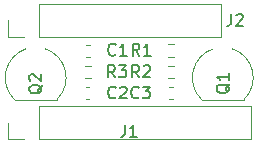
<source format=gbr>
%TF.GenerationSoftware,KiCad,Pcbnew,9.0.5*%
%TF.CreationDate,2025-11-23T20:09:45-05:00*%
%TF.ProjectId,Silicon Fuzz Face Compact,53696c69-636f-46e2-9046-757a7a204661,rev?*%
%TF.SameCoordinates,Original*%
%TF.FileFunction,Legend,Top*%
%TF.FilePolarity,Positive*%
%FSLAX46Y46*%
G04 Gerber Fmt 4.6, Leading zero omitted, Abs format (unit mm)*
G04 Created by KiCad (PCBNEW 9.0.5) date 2025-11-23 20:09:45*
%MOMM*%
%LPD*%
G01*
G04 APERTURE LIST*
%ADD10C,0.150000*%
%ADD11C,0.120000*%
G04 APERTURE END LIST*
D10*
X58233333Y-85184580D02*
X58185714Y-85232200D01*
X58185714Y-85232200D02*
X58042857Y-85279819D01*
X58042857Y-85279819D02*
X57947619Y-85279819D01*
X57947619Y-85279819D02*
X57804762Y-85232200D01*
X57804762Y-85232200D02*
X57709524Y-85136961D01*
X57709524Y-85136961D02*
X57661905Y-85041723D01*
X57661905Y-85041723D02*
X57614286Y-84851247D01*
X57614286Y-84851247D02*
X57614286Y-84708390D01*
X57614286Y-84708390D02*
X57661905Y-84517914D01*
X57661905Y-84517914D02*
X57709524Y-84422676D01*
X57709524Y-84422676D02*
X57804762Y-84327438D01*
X57804762Y-84327438D02*
X57947619Y-84279819D01*
X57947619Y-84279819D02*
X58042857Y-84279819D01*
X58042857Y-84279819D02*
X58185714Y-84327438D01*
X58185714Y-84327438D02*
X58233333Y-84375057D01*
X59185714Y-85279819D02*
X58614286Y-85279819D01*
X58900000Y-85279819D02*
X58900000Y-84279819D01*
X58900000Y-84279819D02*
X58804762Y-84422676D01*
X58804762Y-84422676D02*
X58709524Y-84517914D01*
X58709524Y-84517914D02*
X58614286Y-84565533D01*
X59036666Y-91164819D02*
X59036666Y-91879104D01*
X59036666Y-91879104D02*
X58989047Y-92021961D01*
X58989047Y-92021961D02*
X58893809Y-92117200D01*
X58893809Y-92117200D02*
X58750952Y-92164819D01*
X58750952Y-92164819D02*
X58655714Y-92164819D01*
X60036666Y-92164819D02*
X59465238Y-92164819D01*
X59750952Y-92164819D02*
X59750952Y-91164819D01*
X59750952Y-91164819D02*
X59655714Y-91307676D01*
X59655714Y-91307676D02*
X59560476Y-91402914D01*
X59560476Y-91402914D02*
X59465238Y-91450533D01*
X58183333Y-87104819D02*
X57850000Y-86628628D01*
X57611905Y-87104819D02*
X57611905Y-86104819D01*
X57611905Y-86104819D02*
X57992857Y-86104819D01*
X57992857Y-86104819D02*
X58088095Y-86152438D01*
X58088095Y-86152438D02*
X58135714Y-86200057D01*
X58135714Y-86200057D02*
X58183333Y-86295295D01*
X58183333Y-86295295D02*
X58183333Y-86438152D01*
X58183333Y-86438152D02*
X58135714Y-86533390D01*
X58135714Y-86533390D02*
X58088095Y-86581009D01*
X58088095Y-86581009D02*
X57992857Y-86628628D01*
X57992857Y-86628628D02*
X57611905Y-86628628D01*
X58516667Y-86104819D02*
X59135714Y-86104819D01*
X59135714Y-86104819D02*
X58802381Y-86485771D01*
X58802381Y-86485771D02*
X58945238Y-86485771D01*
X58945238Y-86485771D02*
X59040476Y-86533390D01*
X59040476Y-86533390D02*
X59088095Y-86581009D01*
X59088095Y-86581009D02*
X59135714Y-86676247D01*
X59135714Y-86676247D02*
X59135714Y-86914342D01*
X59135714Y-86914342D02*
X59088095Y-87009580D01*
X59088095Y-87009580D02*
X59040476Y-87057200D01*
X59040476Y-87057200D02*
X58945238Y-87104819D01*
X58945238Y-87104819D02*
X58659524Y-87104819D01*
X58659524Y-87104819D02*
X58564286Y-87057200D01*
X58564286Y-87057200D02*
X58516667Y-87009580D01*
X60233333Y-87104819D02*
X59900000Y-86628628D01*
X59661905Y-87104819D02*
X59661905Y-86104819D01*
X59661905Y-86104819D02*
X60042857Y-86104819D01*
X60042857Y-86104819D02*
X60138095Y-86152438D01*
X60138095Y-86152438D02*
X60185714Y-86200057D01*
X60185714Y-86200057D02*
X60233333Y-86295295D01*
X60233333Y-86295295D02*
X60233333Y-86438152D01*
X60233333Y-86438152D02*
X60185714Y-86533390D01*
X60185714Y-86533390D02*
X60138095Y-86581009D01*
X60138095Y-86581009D02*
X60042857Y-86628628D01*
X60042857Y-86628628D02*
X59661905Y-86628628D01*
X60614286Y-86200057D02*
X60661905Y-86152438D01*
X60661905Y-86152438D02*
X60757143Y-86104819D01*
X60757143Y-86104819D02*
X60995238Y-86104819D01*
X60995238Y-86104819D02*
X61090476Y-86152438D01*
X61090476Y-86152438D02*
X61138095Y-86200057D01*
X61138095Y-86200057D02*
X61185714Y-86295295D01*
X61185714Y-86295295D02*
X61185714Y-86390533D01*
X61185714Y-86390533D02*
X61138095Y-86533390D01*
X61138095Y-86533390D02*
X60566667Y-87104819D01*
X60566667Y-87104819D02*
X61185714Y-87104819D01*
X68016666Y-81754819D02*
X68016666Y-82469104D01*
X68016666Y-82469104D02*
X67969047Y-82611961D01*
X67969047Y-82611961D02*
X67873809Y-82707200D01*
X67873809Y-82707200D02*
X67730952Y-82754819D01*
X67730952Y-82754819D02*
X67635714Y-82754819D01*
X68445238Y-81850057D02*
X68492857Y-81802438D01*
X68492857Y-81802438D02*
X68588095Y-81754819D01*
X68588095Y-81754819D02*
X68826190Y-81754819D01*
X68826190Y-81754819D02*
X68921428Y-81802438D01*
X68921428Y-81802438D02*
X68969047Y-81850057D01*
X68969047Y-81850057D02*
X69016666Y-81945295D01*
X69016666Y-81945295D02*
X69016666Y-82040533D01*
X69016666Y-82040533D02*
X68969047Y-82183390D01*
X68969047Y-82183390D02*
X68397619Y-82754819D01*
X68397619Y-82754819D02*
X69016666Y-82754819D01*
X58233333Y-88809580D02*
X58185714Y-88857200D01*
X58185714Y-88857200D02*
X58042857Y-88904819D01*
X58042857Y-88904819D02*
X57947619Y-88904819D01*
X57947619Y-88904819D02*
X57804762Y-88857200D01*
X57804762Y-88857200D02*
X57709524Y-88761961D01*
X57709524Y-88761961D02*
X57661905Y-88666723D01*
X57661905Y-88666723D02*
X57614286Y-88476247D01*
X57614286Y-88476247D02*
X57614286Y-88333390D01*
X57614286Y-88333390D02*
X57661905Y-88142914D01*
X57661905Y-88142914D02*
X57709524Y-88047676D01*
X57709524Y-88047676D02*
X57804762Y-87952438D01*
X57804762Y-87952438D02*
X57947619Y-87904819D01*
X57947619Y-87904819D02*
X58042857Y-87904819D01*
X58042857Y-87904819D02*
X58185714Y-87952438D01*
X58185714Y-87952438D02*
X58233333Y-88000057D01*
X58614286Y-88000057D02*
X58661905Y-87952438D01*
X58661905Y-87952438D02*
X58757143Y-87904819D01*
X58757143Y-87904819D02*
X58995238Y-87904819D01*
X58995238Y-87904819D02*
X59090476Y-87952438D01*
X59090476Y-87952438D02*
X59138095Y-88000057D01*
X59138095Y-88000057D02*
X59185714Y-88095295D01*
X59185714Y-88095295D02*
X59185714Y-88190533D01*
X59185714Y-88190533D02*
X59138095Y-88333390D01*
X59138095Y-88333390D02*
X58566667Y-88904819D01*
X58566667Y-88904819D02*
X59185714Y-88904819D01*
X60183333Y-88809580D02*
X60135714Y-88857200D01*
X60135714Y-88857200D02*
X59992857Y-88904819D01*
X59992857Y-88904819D02*
X59897619Y-88904819D01*
X59897619Y-88904819D02*
X59754762Y-88857200D01*
X59754762Y-88857200D02*
X59659524Y-88761961D01*
X59659524Y-88761961D02*
X59611905Y-88666723D01*
X59611905Y-88666723D02*
X59564286Y-88476247D01*
X59564286Y-88476247D02*
X59564286Y-88333390D01*
X59564286Y-88333390D02*
X59611905Y-88142914D01*
X59611905Y-88142914D02*
X59659524Y-88047676D01*
X59659524Y-88047676D02*
X59754762Y-87952438D01*
X59754762Y-87952438D02*
X59897619Y-87904819D01*
X59897619Y-87904819D02*
X59992857Y-87904819D01*
X59992857Y-87904819D02*
X60135714Y-87952438D01*
X60135714Y-87952438D02*
X60183333Y-88000057D01*
X60516667Y-87904819D02*
X61135714Y-87904819D01*
X61135714Y-87904819D02*
X60802381Y-88285771D01*
X60802381Y-88285771D02*
X60945238Y-88285771D01*
X60945238Y-88285771D02*
X61040476Y-88333390D01*
X61040476Y-88333390D02*
X61088095Y-88381009D01*
X61088095Y-88381009D02*
X61135714Y-88476247D01*
X61135714Y-88476247D02*
X61135714Y-88714342D01*
X61135714Y-88714342D02*
X61088095Y-88809580D01*
X61088095Y-88809580D02*
X61040476Y-88857200D01*
X61040476Y-88857200D02*
X60945238Y-88904819D01*
X60945238Y-88904819D02*
X60659524Y-88904819D01*
X60659524Y-88904819D02*
X60564286Y-88857200D01*
X60564286Y-88857200D02*
X60516667Y-88809580D01*
X60258333Y-85279819D02*
X59925000Y-84803628D01*
X59686905Y-85279819D02*
X59686905Y-84279819D01*
X59686905Y-84279819D02*
X60067857Y-84279819D01*
X60067857Y-84279819D02*
X60163095Y-84327438D01*
X60163095Y-84327438D02*
X60210714Y-84375057D01*
X60210714Y-84375057D02*
X60258333Y-84470295D01*
X60258333Y-84470295D02*
X60258333Y-84613152D01*
X60258333Y-84613152D02*
X60210714Y-84708390D01*
X60210714Y-84708390D02*
X60163095Y-84756009D01*
X60163095Y-84756009D02*
X60067857Y-84803628D01*
X60067857Y-84803628D02*
X59686905Y-84803628D01*
X61210714Y-85279819D02*
X60639286Y-85279819D01*
X60925000Y-85279819D02*
X60925000Y-84279819D01*
X60925000Y-84279819D02*
X60829762Y-84422676D01*
X60829762Y-84422676D02*
X60734524Y-84517914D01*
X60734524Y-84517914D02*
X60639286Y-84565533D01*
X52030057Y-87745238D02*
X51982438Y-87840476D01*
X51982438Y-87840476D02*
X51887200Y-87935714D01*
X51887200Y-87935714D02*
X51744342Y-88078571D01*
X51744342Y-88078571D02*
X51696723Y-88173809D01*
X51696723Y-88173809D02*
X51696723Y-88269047D01*
X51934819Y-88221428D02*
X51887200Y-88316666D01*
X51887200Y-88316666D02*
X51791961Y-88411904D01*
X51791961Y-88411904D02*
X51601485Y-88459523D01*
X51601485Y-88459523D02*
X51268152Y-88459523D01*
X51268152Y-88459523D02*
X51077676Y-88411904D01*
X51077676Y-88411904D02*
X50982438Y-88316666D01*
X50982438Y-88316666D02*
X50934819Y-88221428D01*
X50934819Y-88221428D02*
X50934819Y-88030952D01*
X50934819Y-88030952D02*
X50982438Y-87935714D01*
X50982438Y-87935714D02*
X51077676Y-87840476D01*
X51077676Y-87840476D02*
X51268152Y-87792857D01*
X51268152Y-87792857D02*
X51601485Y-87792857D01*
X51601485Y-87792857D02*
X51791961Y-87840476D01*
X51791961Y-87840476D02*
X51887200Y-87935714D01*
X51887200Y-87935714D02*
X51934819Y-88030952D01*
X51934819Y-88030952D02*
X51934819Y-88221428D01*
X51030057Y-87411904D02*
X50982438Y-87364285D01*
X50982438Y-87364285D02*
X50934819Y-87269047D01*
X50934819Y-87269047D02*
X50934819Y-87030952D01*
X50934819Y-87030952D02*
X50982438Y-86935714D01*
X50982438Y-86935714D02*
X51030057Y-86888095D01*
X51030057Y-86888095D02*
X51125295Y-86840476D01*
X51125295Y-86840476D02*
X51220533Y-86840476D01*
X51220533Y-86840476D02*
X51363390Y-86888095D01*
X51363390Y-86888095D02*
X51934819Y-87459523D01*
X51934819Y-87459523D02*
X51934819Y-86840476D01*
X67900057Y-87695238D02*
X67852438Y-87790476D01*
X67852438Y-87790476D02*
X67757200Y-87885714D01*
X67757200Y-87885714D02*
X67614342Y-88028571D01*
X67614342Y-88028571D02*
X67566723Y-88123809D01*
X67566723Y-88123809D02*
X67566723Y-88219047D01*
X67804819Y-88171428D02*
X67757200Y-88266666D01*
X67757200Y-88266666D02*
X67661961Y-88361904D01*
X67661961Y-88361904D02*
X67471485Y-88409523D01*
X67471485Y-88409523D02*
X67138152Y-88409523D01*
X67138152Y-88409523D02*
X66947676Y-88361904D01*
X66947676Y-88361904D02*
X66852438Y-88266666D01*
X66852438Y-88266666D02*
X66804819Y-88171428D01*
X66804819Y-88171428D02*
X66804819Y-87980952D01*
X66804819Y-87980952D02*
X66852438Y-87885714D01*
X66852438Y-87885714D02*
X66947676Y-87790476D01*
X66947676Y-87790476D02*
X67138152Y-87742857D01*
X67138152Y-87742857D02*
X67471485Y-87742857D01*
X67471485Y-87742857D02*
X67661961Y-87790476D01*
X67661961Y-87790476D02*
X67757200Y-87885714D01*
X67757200Y-87885714D02*
X67804819Y-87980952D01*
X67804819Y-87980952D02*
X67804819Y-88171428D01*
X67804819Y-86790476D02*
X67804819Y-87361904D01*
X67804819Y-87076190D02*
X66804819Y-87076190D01*
X66804819Y-87076190D02*
X66947676Y-87171428D01*
X66947676Y-87171428D02*
X67042914Y-87266666D01*
X67042914Y-87266666D02*
X67090533Y-87361904D01*
D11*
%TO.C,C1*%
X56046267Y-84340000D02*
X55753733Y-84340000D01*
X56046267Y-85360000D02*
X55753733Y-85360000D01*
%TO.C,J1*%
X49120000Y-92330000D02*
X49120000Y-90950000D01*
X50500000Y-92330000D02*
X49120000Y-92330000D01*
X51770000Y-89570000D02*
X69660000Y-89570000D01*
X51770000Y-92330000D02*
X51770000Y-89570000D01*
X51770000Y-92330000D02*
X69660000Y-92330000D01*
X69660000Y-92330000D02*
X69660000Y-89570000D01*
%TO.C,R3*%
X56142224Y-86127500D02*
X55632776Y-86127500D01*
X56142224Y-87172500D02*
X55632776Y-87172500D01*
%TO.C,R2*%
X63154724Y-86127500D02*
X62645276Y-86127500D01*
X63154724Y-87172500D02*
X62645276Y-87172500D01*
%TO.C,J2*%
X49140000Y-83680000D02*
X49140000Y-82300000D01*
X50520000Y-83680000D02*
X49140000Y-83680000D01*
X51790000Y-80920000D02*
X67140000Y-80920000D01*
X51790000Y-83680000D02*
X51790000Y-80920000D01*
X51790000Y-83680000D02*
X67140000Y-83680000D01*
X67140000Y-83680000D02*
X67140000Y-80920000D01*
%TO.C,C2*%
X55716233Y-87940000D02*
X56008767Y-87940000D01*
X55716233Y-88960000D02*
X56008767Y-88960000D01*
%TO.C,C3*%
X62766233Y-87940000D02*
X63058767Y-87940000D01*
X62766233Y-88960000D02*
X63058767Y-88960000D01*
%TO.C,R1*%
X63154724Y-84327500D02*
X62645276Y-84327500D01*
X63154724Y-85372500D02*
X62645276Y-85372500D01*
%TO.C,Q2*%
X49680000Y-89000000D02*
X53280000Y-89000000D01*
X49668125Y-88991741D02*
G75*
G02*
X50660000Y-84700000I1811875J1841741D01*
G01*
X52260000Y-84700000D02*
G75*
G02*
X53288445Y-88977684I-780000J-2450000D01*
G01*
%TO.C,Q1*%
X65520000Y-89000000D02*
X69120000Y-89000000D01*
X65508125Y-88991741D02*
G75*
G02*
X66500000Y-84700000I1811875J1841741D01*
G01*
X68100000Y-84700000D02*
G75*
G02*
X69128445Y-88977684I-780000J-2450000D01*
G01*
%TD*%
M02*

</source>
